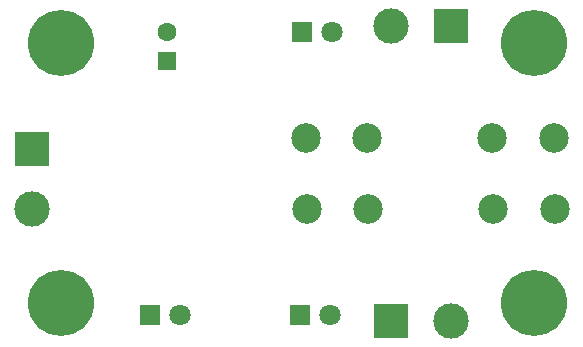
<source format=gbs>
%TF.GenerationSoftware,KiCad,Pcbnew,8.0.1*%
%TF.CreationDate,2024-08-03T23:28:50+02:00*%
%TF.ProjectId,prot_cir,70726f74-5f63-4697-922e-6b696361645f,rev?*%
%TF.SameCoordinates,Original*%
%TF.FileFunction,Soldermask,Bot*%
%TF.FilePolarity,Negative*%
%FSLAX46Y46*%
G04 Gerber Fmt 4.6, Leading zero omitted, Abs format (unit mm)*
G04 Created by KiCad (PCBNEW 8.0.1) date 2024-08-03 23:28:50*
%MOMM*%
%LPD*%
G01*
G04 APERTURE LIST*
%ADD10R,1.800000X1.800000*%
%ADD11C,1.800000*%
%ADD12C,5.600000*%
%ADD13R,3.000000X3.000000*%
%ADD14C,3.000000*%
%ADD15C,2.500000*%
%ADD16R,1.600000X1.600000*%
%ADD17C,1.600000*%
G04 APERTURE END LIST*
D10*
%TO.C,D2*%
X130225000Y-117000000D03*
D11*
X132765000Y-117000000D03*
%TD*%
D10*
%TO.C,D4*%
X130400000Y-93000000D03*
D11*
X132940000Y-93000000D03*
%TD*%
D12*
%TO.C,REF\u002A\u002A*%
X110000000Y-116000000D03*
%TD*%
%TO.C,REF\u002A\u002A*%
X110000000Y-94000000D03*
%TD*%
%TO.C,REF\u002A\u002A*%
X150000000Y-116000000D03*
%TD*%
%TO.C,REF\u002A\u002A*%
X150000000Y-94000000D03*
%TD*%
D13*
%TO.C,J4*%
X143040000Y-92500000D03*
D14*
X137960000Y-92500000D03*
%TD*%
D13*
%TO.C,J2*%
X137960000Y-117500000D03*
D14*
X143040000Y-117500000D03*
%TD*%
D13*
%TO.C,J1*%
X107500000Y-102920000D03*
D14*
X107500000Y-108000000D03*
%TD*%
D15*
%TO.C,F2*%
X130700000Y-102000000D03*
X135900000Y-102000000D03*
X146500000Y-102000000D03*
X151700000Y-102000000D03*
%TD*%
%TO.C,F1*%
X151800000Y-108000000D03*
X146600000Y-108000000D03*
X136000000Y-108000000D03*
X130800000Y-108000000D03*
%TD*%
D10*
%TO.C,D3*%
X117500000Y-117000000D03*
D11*
X120040000Y-117000000D03*
%TD*%
D16*
%TO.C,C1*%
X119000000Y-95500000D03*
D17*
X119000000Y-93000000D03*
%TD*%
M02*

</source>
